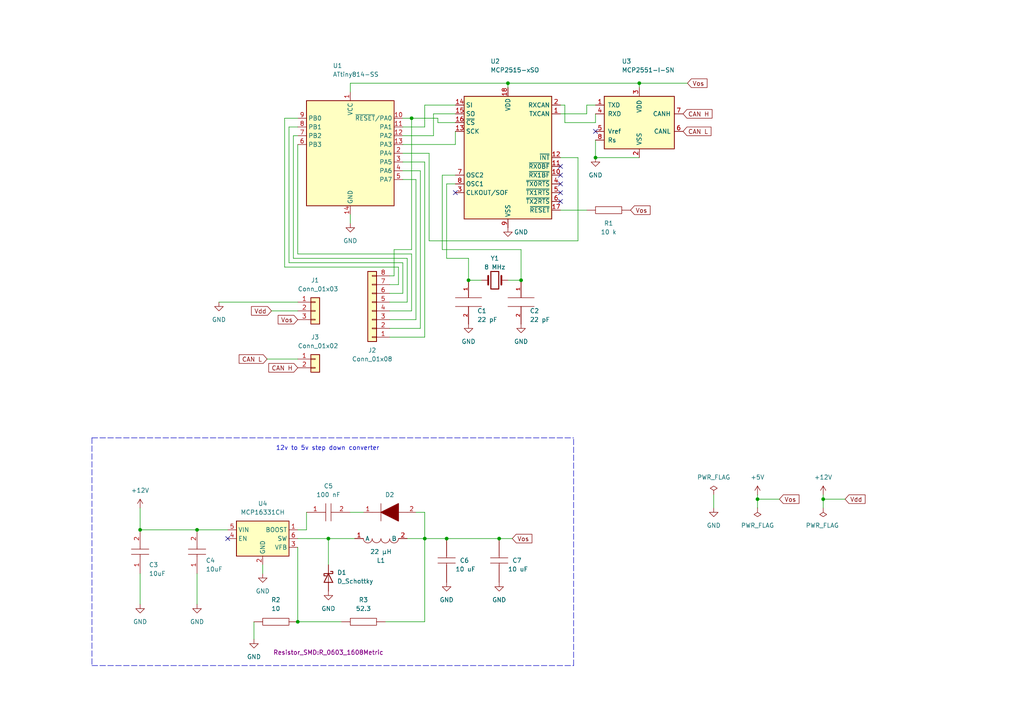
<source format=kicad_sch>
(kicad_sch (version 20211123) (generator eeschema)
  (paper "A4")
  (title_block (title "Programmable CAN Bus Controller"))
  (lib_symbols
    (symbol "0603YC104KAT2A:0603YC104KAT2A" (pin_names (offset 0.762))
      (property "Reference" "C" (at 8.89 6.35 0))
      (property "Value" "0603YC104KAT2A" (at 8.89 3.81 0))
      (symbol "0603YC104KAT2A_0_0"
        (pin passive line (at 0 0 0) (length 5.08) (name "~") (number "1"))
        (pin passive line (at 12.7 0 180) (length 5.08) (name "~") (number "2"))
      )
      (symbol "0603YC104KAT2A_0_1"
        (polyline (pts (xy 5.08 0) (xy 5.588 0)) (stroke (width 0.1524)))
        (polyline (pts (xy 5.588 2.54) (xy 5.588 -2.54)) (stroke (width 0.1524)))
        (polyline (pts (xy 7.112 0) (xy 7.62 0)) (stroke (width 0.1524)))
        (polyline (pts (xy 7.112 2.54) (xy 7.112 -2.54)) (stroke (width 0.1524)))
      )
    )
    (symbol "1N4148_SOD_SMD:1N4148WQ-7-F" (pin_names (offset 0.762))
      (property "Reference" "D" (at 11.43 5.08 0))
      (property "Value" "1N4148WQ-7-F" (at 11.43 2.54 0))
      (symbol "1N4148WQ-7-F_0_0"
        (pin passive line (at 0 0 0) (length 2.54) (name "~") (number "1"))
        (pin passive line (at 15.24 0 180) (length 2.54) (name "~") (number "2"))
      )
      (symbol "1N4148WQ-7-F_0_1"
        (polyline (pts (xy 2.54 0) (xy 5.08 0)) (stroke (width 0.1524)))
        (polyline (pts (xy 5.08 2.54) (xy 5.08 -2.54)) (stroke (width 0.1524)))
        (polyline (pts (xy 10.16 0) (xy 12.7 0)) (stroke (width 0.1524)))
        (polyline (pts (xy 5.08 0) (xy 10.16 2.54) (xy 10.16 -2.54) (xy 5.08 0)) (stroke (width 0.254)) (fill (type outline)))
      )
    )
    (symbol "C3216X7R1E106K160AB:C3216X7R1E106K160AB" (pin_numbers hide) (pin_names (offset 0.762) hide)
      (property "Reference" "C" (at 8.89 6.35 0))
      (property "Value" "C3216X7R1E106K160AB" (at 8.89 3.81 0))
      (symbol "C3216X7R1E106K160AB_0_0"
        (pin passive line (at 0 0 0) (length 5.08) (name "~") (number "1"))
        (pin passive line (at 12.7 0 180) (length 5.08) (name "~") (number "2"))
      )
      (symbol "C3216X7R1E106K160AB_0_1"
        (polyline (pts (xy 5.08 0) (xy 5.588 0)) (stroke (width 0.1524)))
        (polyline (pts (xy 5.588 2.54) (xy 5.588 -2.54)) (stroke (width 0.1524)))
        (polyline (pts (xy 7.112 0) (xy 7.62 0)) (stroke (width 0.1524)))
        (polyline (pts (xy 7.112 2.54) (xy 7.112 -2.54)) (stroke (width 0.1524)))
      )
    )
    (symbol "C3216X7R1E106K160AB_1" (pin_numbers hide) (pin_names (offset 0.762) hide)
      (property "Reference" "C" (at 8.89 6.35 0))
      (property "Value" "C3216X7R1E106K160AB_1" (at 8.89 3.81 0))
      (symbol "C3216X7R1E106K160AB_1_0_0"
        (pin passive line (at 0 0 0) (length 5.08) (name "~") (number "1"))
        (pin passive line (at 12.7 0 180) (length 5.08) (name "~") (number "2"))
      )
      (symbol "C3216X7R1E106K160AB_1_0_1"
        (polyline (pts (xy 5.08 0) (xy 5.588 0)) (stroke (width 0.1524)))
        (polyline (pts (xy 5.588 2.54) (xy 5.588 -2.54)) (stroke (width 0.1524)))
        (polyline (pts (xy 7.112 0) (xy 7.62 0)) (stroke (width 0.1524)))
        (polyline (pts (xy 7.112 2.54) (xy 7.112 -2.54)) (stroke (width 0.1524)))
      )
    )
    (symbol "C3225X7R1H106M250AC:C3225X7R1H106M250AC" (pin_names (offset 0.762))
      (property "Reference" "C" (at 8.89 6.35 0))
      (property "Value" "C3225X7R1H106M250AC" (at 8.89 3.81 0))
      (symbol "C3225X7R1H106M250AC_0_0"
        (pin passive line (at 0 0 0) (length 5.08) (name "~") (number "1"))
        (pin passive line (at 12.7 0 180) (length 5.08) (name "~") (number "2"))
      )
      (symbol "C3225X7R1H106M250AC_0_1"
        (polyline (pts (xy 5.08 0) (xy 5.588 0)) (stroke (width 0.1524)))
        (polyline (pts (xy 5.588 2.54) (xy 5.588 -2.54)) (stroke (width 0.1524)))
        (polyline (pts (xy 7.112 0) (xy 7.62 0)) (stroke (width 0.1524)))
        (polyline (pts (xy 7.112 2.54) (xy 7.112 -2.54)) (stroke (width 0.1524)))
      )
    )
    (symbol "CAN_Controller:MSS1048-223"
      (property "Reference" "L" (at 0 2.54 0))
      (property "Value" "MSS1048-223" (at 0 5.08 0))
      (symbol "MSS1048-223_0_1"
        (arc (start -5.08 -0.0504) (mid -3.81 -1.271) (end -2.54 -0.0504))
        (arc (start -2.54 0) (mid -1.27 -1.2206) (end 0 0))
        (arc (start 0 -0.0504) (mid 1.27 -1.271) (end 2.54 -0.0504))
        (arc (start 2.54 -0.0504) (mid 3.81 -1.271) (end 5.08 -0.0504))
      )
      (symbol "MSS1048-223_1_1"
        (pin passive line (at -7.62 0 0) (length 2.54) (name "A") (number "1"))
        (pin free line (at 7.62 0 180) (length 2.54) (name "B") (number "2"))
      )
    )
    (symbol "Connector_Generic:Conn_01x02" (pin_names (offset 1.016) hide)
      (property "Reference" "J" (at 0 2.54 0))
      (property "Value" "Conn_01x02" (at 0 -5.08 0))
      (symbol "Conn_01x02_1_1"
        (rectangle (start -1.27 -2.413) (end 0 -2.667) (stroke (width 0.1524)))
        (rectangle (start -1.27 0.127) (end 0 -0.127) (stroke (width 0.1524)))
        (rectangle (start -1.27 1.27) (end 1.27 -3.81) (stroke (width 0.254)) (fill (type background)))
        (pin passive line (at -5.08 0 0) (length 3.81) (name "Pin_1") (number "1"))
        (pin passive line (at -5.08 -2.54 0) (length 3.81) (name "Pin_2") (number "2"))
      )
    )
    (symbol "Connector_Generic:Conn_01x03" (pin_names (offset 1.016) hide)
      (property "Reference" "J" (at 0 5.08 0))
      (property "Value" "Conn_01x03" (at 0 -5.08 0))
      (symbol "Conn_01x03_1_1"
        (rectangle (start -1.27 -2.413) (end 0 -2.667) (stroke (width 0.1524)))
        (rectangle (start -1.27 0.127) (end 0 -0.127) (stroke (width 0.1524)))
        (rectangle (start -1.27 2.667) (end 0 2.413) (stroke (width 0.1524)))
        (rectangle (start -1.27 3.81) (end 1.27 -3.81) (stroke (width 0.254)) (fill (type background)))
        (pin passive line (at -5.08 2.54 0) (length 3.81) (name "Pin_1") (number "1"))
        (pin passive line (at -5.08 0 0) (length 3.81) (name "Pin_2") (number "2"))
        (pin passive line (at -5.08 -2.54 0) (length 3.81) (name "Pin_3") (number "3"))
      )
    )
    (symbol "Connector_Generic:Conn_01x08" (pin_names (offset 1.016) hide)
      (property "Reference" "J" (at 0 10.16 0))
      (property "Value" "Conn_01x08" (at 0 -12.7 0))
      (symbol "Conn_01x08_1_1"
        (rectangle (start -1.27 -10.033) (end 0 -10.287) (stroke (width 0.1524)))
        (rectangle (start -1.27 -7.493) (end 0 -7.747) (stroke (width 0.1524)))
        (rectangle (start -1.27 -4.953) (end 0 -5.207) (stroke (width 0.1524)))
        (rectangle (start -1.27 -2.413) (end 0 -2.667) (stroke (width 0.1524)))
        (rectangle (start -1.27 0.127) (end 0 -0.127) (stroke (width 0.1524)))
        (rectangle (start -1.27 2.667) (end 0 2.413) (stroke (width 0.1524)))
        (rectangle (start -1.27 5.207) (end 0 4.953) (stroke (width 0.1524)))
        (rectangle (start -1.27 7.747) (end 0 7.493) (stroke (width 0.1524)))
        (rectangle (start -1.27 8.89) (end 1.27 -11.43) (stroke (width 0.254)) (fill (type background)))
        (pin passive line (at -5.08 7.62 0) (length 3.81) (name "Pin_1") (number "1"))
        (pin passive line (at -5.08 5.08 0) (length 3.81) (name "Pin_2") (number "2"))
        (pin passive line (at -5.08 2.54 0) (length 3.81) (name "Pin_3") (number "3"))
        (pin passive line (at -5.08 0 0) (length 3.81) (name "Pin_4") (number "4"))
        (pin passive line (at -5.08 -2.54 0) (length 3.81) (name "Pin_5") (number "5"))
        (pin passive line (at -5.08 -5.08 0) (length 3.81) (name "Pin_6") (number "6"))
        (pin passive line (at -5.08 -7.62 0) (length 3.81) (name "Pin_7") (number "7"))
        (pin passive line (at -5.08 -10.16 0) (length 3.81) (name "Pin_8") (number "8"))
      )
    )
    (symbol "Device:Crystal" (pin_numbers hide) (pin_names (offset 1.016) hide)
      (property "Reference" "Y" (at 0 3.81 0))
      (property "Value" "Crystal" (at 0 -3.81 0))
      (symbol "Crystal_0_1"
        (rectangle (start -1.143 2.54) (end 1.143 -2.54) (stroke (width 0.3048)))
        (polyline (pts (xy -2.54 0) (xy -1.905 0)))
        (polyline (pts (xy -1.905 -1.27) (xy -1.905 1.27)) (stroke (width 0.508)))
        (polyline (pts (xy 1.905 -1.27) (xy 1.905 1.27)) (stroke (width 0.508)))
        (polyline (pts (xy 2.54 0) (xy 1.905 0)))
      )
      (symbol "Crystal_1_1"
        (pin passive line (at -3.81 0 0) (length 1.27) (name "1") (number "1"))
        (pin passive line (at 3.81 0 180) (length 1.27) (name "2") (number "2"))
      )
    )
    (symbol "Device:D_Schottky" (pin_numbers hide) (pin_names (offset 1.016) hide)
      (property "Reference" "D" (at 0 2.54 0))
      (property "Value" "D_Schottky" (at 0 -2.54 0))
      (symbol "D_Schottky_0_1"
        (polyline (pts (xy 1.27 0) (xy -1.27 0)))
        (polyline (pts (xy 1.27 1.27) (xy 1.27 -1.27) (xy -1.27 0) (xy 1.27 1.27)) (stroke (width 0.254)))
        (polyline (pts (xy -1.905 0.635) (xy -1.905 1.27) (xy -1.27 1.27) (xy -1.27 -1.27) (xy -0.635 -1.27) (xy -0.635 -0.635)) (stroke (width 0.254)))
      )
      (symbol "D_Schottky_1_1"
        (pin passive line (at -3.81 0 0) (length 2.54) (name "K") (number "1"))
        (pin passive line (at 3.81 0 180) (length 2.54) (name "A") (number "2"))
      )
    )
    (symbol "Interface_CAN_LIN:MCP2515-xSO"
      (property "Reference" "U" (at -10.16 19.685 0))
      (property "Value" "MCP2515-xSO" (at 19.05 20.32 0))
      (symbol "MCP2515-xSO_0_1"
        (rectangle (start -12.7 17.78) (end 12.7 -17.78) (stroke (width 0.254)) (fill (type background)))
      )
      (symbol "MCP2515-xSO_1_1"
        (pin output line (at 15.24 12.7 180) (length 2.54) (name "TXCAN") (number "1"))
        (pin output line (at 15.24 -5.08 180) (length 2.54) (name "~{RX1BF}") (number "10"))
        (pin output line (at 15.24 -2.54 180) (length 2.54) (name "~{RX0BF}") (number "11"))
        (pin output line (at 15.24 0 180) (length 2.54) (name "~{INT}") (number "12"))
        (pin input line (at -15.24 7.62 0) (length 2.54) (name "SCK") (number "13"))
        (pin input line (at -15.24 15.24 0) (length 2.54) (name "SI") (number "14"))
        (pin output line (at -15.24 12.7 0) (length 2.54) (name "SO") (number "15"))
        (pin input line (at -15.24 10.16 0) (length 2.54) (name "~{CS}") (number "16"))
        (pin input line (at 15.24 -15.24 180) (length 2.54) (name "~{RESET}") (number "17"))
        (pin power_in line (at 0 20.32 270) (length 2.54) (name "VDD") (number "18"))
        (pin input line (at 15.24 15.24 180) (length 2.54) (name "RXCAN") (number "2"))
        (pin output line (at -15.24 -10.16 0) (length 2.54) (name "CLKOUT/SOF") (number "3"))
        (pin input line (at 15.24 -7.62 180) (length 2.54) (name "~{TX0RTS}") (number "4"))
        (pin input line (at 15.24 -10.16 180) (length 2.54) (name "~{TX1RTS}") (number "5"))
        (pin input line (at 15.24 -12.7 180) (length 2.54) (name "~{TX2RTS}") (number "6"))
        (pin output line (at -15.24 -5.08 0) (length 2.54) (name "OSC2") (number "7"))
        (pin input line (at -15.24 -7.62 0) (length 2.54) (name "OSC1") (number "8"))
        (pin power_in line (at 0 -20.32 90) (length 2.54) (name "VSS") (number "9"))
      )
    )
    (symbol "Interface_CAN_LIN:MCP2551-I-SN" (pin_names (offset 1.016))
      (property "Reference" "U" (at -10.16 8.89 0))
      (property "Value" "MCP2551-I-SN" (at 2.54 8.89 0))
      (symbol "MCP2551-I-SN_0_1"
        (rectangle (start -10.16 7.62) (end 10.16 -7.62) (stroke (width 0.254)) (fill (type background)))
      )
      (symbol "MCP2551-I-SN_1_1"
        (pin input line (at -12.7 5.08 0) (length 2.54) (name "TXD") (number "1"))
        (pin power_in line (at 0 -10.16 90) (length 2.54) (name "VSS") (number "2"))
        (pin power_in line (at 0 10.16 270) (length 2.54) (name "VDD") (number "3"))
        (pin output line (at -12.7 2.54 0) (length 2.54) (name "RXD") (number "4"))
        (pin power_out line (at -12.7 -2.54 0) (length 2.54) (name "Vref") (number "5"))
        (pin bidirectional line (at 12.7 -2.54 180) (length 2.54) (name "CANL") (number "6"))
        (pin bidirectional line (at 12.7 2.54 180) (length 2.54) (name "CANH") (number "7"))
        (pin input line (at -12.7 -5.08 0) (length 2.54) (name "Rs") (number "8"))
      )
    )
    (symbol "MCU_Microchip_ATtiny:ATtiny814-SS"
      (property "Reference" "U" (at -12.7 16.51 0))
      (property "Value" "ATtiny814-SS" (at 2.54 -16.51 0))
      (symbol "ATtiny814-SS_0_1"
        (rectangle (start -12.7 -15.24) (end 12.7 15.24) (stroke (width 0.254)) (fill (type background)))
      )
      (symbol "ATtiny814-SS_1_1"
        (pin power_in line (at 0 17.78 270) (length 2.54) (name "VCC") (number "1"))
        (pin bidirectional line (at 15.24 10.16 180) (length 2.54) (name "~{RESET}/PA0") (number "10"))
        (pin bidirectional line (at 15.24 7.62 180) (length 2.54) (name "PA1") (number "11"))
        (pin bidirectional line (at 15.24 5.08 180) (length 2.54) (name "PA2") (number "12"))
        (pin bidirectional line (at 15.24 2.54 180) (length 2.54) (name "PA3") (number "13"))
        (pin power_in line (at 0 -17.78 90) (length 2.54) (name "GND") (number "14"))
        (pin bidirectional line (at 15.24 0 180) (length 2.54) (name "PA4") (number "2"))
        (pin bidirectional line (at 15.24 -2.54 180) (length 2.54) (name "PA5") (number "3"))
        (pin bidirectional line (at 15.24 -5.08 180) (length 2.54) (name "PA6") (number "4"))
        (pin bidirectional line (at 15.24 -7.62 180) (length 2.54) (name "PA7") (number "5"))
        (pin bidirectional line (at -15.24 2.54 0) (length 2.54) (name "PB3") (number "6"))
        (pin bidirectional line (at -15.24 5.08 0) (length 2.54) (name "PB2") (number "7"))
        (pin bidirectional line (at -15.24 7.62 0) (length 2.54) (name "PB1") (number "8"))
        (pin bidirectional line (at -15.24 10.16 0) (length 2.54) (name "PB0") (number "9"))
      )
    )
    (symbol "Regulator_Switching:MCP16331CH"
      (property "Reference" "U" (at -7.874 6.35 0))
      (property "Value" "MCP16331CH" (at -2.54 6.35 0))
      (symbol "MCP16331CH_0_1"
        (rectangle (start -7.62 5.08) (end 7.62 -5.08) (stroke (width 0.254)) (fill (type background)))
      )
      (symbol "MCP16331CH_1_1"
        (pin input line (at 10.16 2.54 180) (length 2.54) (name "BOOST") (number "1"))
        (pin power_in line (at 0 -7.62 90) (length 2.54) (name "GND") (number "2"))
        (pin input line (at 10.16 -2.54 180) (length 2.54) (name "VFB") (number "3"))
        (pin input line (at -10.16 0 0) (length 2.54) (name "EN") (number "4"))
        (pin power_in line (at -10.16 2.54 0) (length 2.54) (name "VIN") (number "5"))
        (pin output line (at 10.16 0 180) (length 2.54) (name "SW") (number "6"))
      )
    )
    (symbol "power:+12V" (power) (pin_names (offset 0))
      (property "Value" "+12V" (at 0 3.556 0))
      (symbol "+12V_0_1"
        (polyline (pts (xy -0.762 1.27) (xy 0 2.54)))
        (polyline (pts (xy 0 0) (xy 0 2.54)))
        (polyline (pts (xy 0 2.54) (xy 0.762 1.27)))
      )
      (symbol "+12V_1_1"
        (pin power_in line (at 0 0 90) (length 0) hide (name "+12V") (number "1"))
      )
    )
    (symbol "power:+5V" (power) (pin_names (offset 0))
      (property "Value" "+5V" (at 0 3.556 0))
      (symbol "+5V_0_1"
        (polyline (pts (xy -0.762 1.27) (xy 0 2.54)))
        (polyline (pts (xy 0 0) (xy 0 2.54)))
        (polyline (pts (xy 0 2.54) (xy 0.762 1.27)))
      )
      (symbol "+5V_1_1"
        (pin power_in line (at 0 0 90) (length 0) hide (name "+5V") (number "1"))
      )
    )
    (symbol "power:GND" (power) (pin_names (offset 0))
      (property "Value" "GND" (at 0 -3.81 0))
      (symbol "GND_0_1"
        (polyline (pts (xy 0 0) (xy 0 -1.27) (xy 1.27 -1.27) (xy 0 -2.54) (xy -1.27 -1.27) (xy 0 -1.27)))
      )
      (symbol "GND_1_1"
        (pin power_in line (at 0 0 270) (length 0) hide (name "GND") (number "1"))
      )
    )
    (symbol "power:PWR_FLAG" (power) (pin_numbers hide) (pin_names (offset 0) hide)
      (property "Value" "PWR_FLAG" (at 0 3.81 0))
      (symbol "PWR_FLAG_0_0"
        (pin power_out line (at 0 0 90) (length 0) (name "pwr") (number "1"))
      )
      (symbol "PWR_FLAG_0_1"
        (polyline (pts (xy 0 0) (xy 0 1.27) (xy -1.016 1.905) (xy 0 2.54) (xy 1.016 1.905) (xy 0 1.27)))
      )
    )
    (symbol "pspice:C" (pin_names (offset 0.254))
      (property "Reference" "C" (at 2.54 3.81 90))
      (property "Value" "C" (at 2.54 -3.81 90))
      (symbol "C_0_1"
        (polyline (pts (xy -3.81 -1.27) (xy 3.81 -1.27)))
        (polyline (pts (xy -3.81 1.27) (xy 3.81 1.27)))
      )
      (symbol "C_1_1"
        (pin passive line (at 0 6.35 270) (length 5.08) (name "~") (number "1"))
        (pin passive line (at 0 -6.35 90) (length 5.08) (name "~") (number "2"))
      )
    )
    (symbol "pspice:R" (pin_numbers hide) (pin_names (offset 0))
      (property "Reference" "R" (at 2.032 0 90))
      (property "Value" "R" (at 0 0 90))
      (symbol "R_0_1"
        (rectangle (start -1.016 3.81) (end 1.016 -3.81))
      )
      (symbol "R_1_1"
        (pin passive line (at 0 6.35 270) (length 2.54) (name "~") (number "1"))
        (pin passive line (at 0 -6.35 90) (length 2.54) (name "~") (number "2"))
      )
    )
  )
  (junction (at 238.76 144.78))
  (junction (at 129.54 156.21))
  (junction (at 123.19 156.21))
  (junction (at 185.42 24.13))
  (junction (at 147.32 24.13))
  (junction (at 151.13 81.28))
  (junction (at 219.71 144.78))
  (junction (at 95.25 156.21))
  (junction (at 144.78 156.21))
  (junction (at 86.36 180.34))
  (junction (at 172.72 45.72))
  (junction (at 40.64 153.67))
  (junction (at 135.89 81.28))
  (junction (at 57.15 153.67))
  (junction (at 119.38 34.29))
  (no_connect (at 66.04 156.21))
  (no_connect (at 132.08 55.88))
  (no_connect (at 162.56 48.26))
  (no_connect (at 162.56 50.8))
  (no_connect (at 172.72 38.1))
  (no_connect (at 162.56 53.34))
  (no_connect (at 162.56 55.88))
  (no_connect (at 162.56 58.42))
  (wire (pts (xy 124.46 69.85) (xy 167.64 69.85)))
  (wire (pts (xy 121.92 95.25) (xy 113.03 95.25)))
  (wire (pts (xy 111.76 180.34) (xy 123.19 180.34)))
  (wire (pts (xy 238.76 143.51) (xy 238.76 144.78)))
  (wire (pts (xy 86.36 156.21) (xy 95.25 156.21)))
  (wire (pts (xy 85.09 39.37) (xy 85.09 74.93)))
  (wire (pts (xy 129.54 53.34) (xy 129.54 74.93)))
  (wire (pts (xy 99.06 180.34) (xy 86.36 180.34)))
  (wire (pts (xy 139.7 81.28) (xy 135.89 81.28)))
  (wire (pts (xy 119.38 72.39) (xy 119.38 34.29)))
  (wire (pts (xy 238.76 144.78) (xy 238.76 147.32)))
  (wire (pts (xy 40.64 147.32) (xy 40.64 153.67)))
  (wire (pts (xy 78.74 90.17) (xy 86.36 90.17)))
  (wire (pts (xy 123.19 36.83) (xy 123.19 30.48)))
  (wire (pts (xy 40.64 153.67) (xy 57.15 153.67)))
  (wire (pts (xy 132.08 41.91) (xy 132.08 38.1)))
  (wire (pts (xy 144.78 156.21) (xy 148.59 156.21)))
  (wire (pts (xy 116.84 44.45) (xy 124.46 44.45)))
  (wire (pts (xy 170.18 33.02) (xy 170.18 30.48)))
  (wire (pts (xy 40.64 175.26) (xy 40.64 166.37)))
  (wire (pts (xy 127 35.56) (xy 127 34.29)))
  (wire (pts (xy 219.71 144.78) (xy 226.06 144.78)))
  (wire (pts (xy 128.27 50.8) (xy 132.08 50.8)))
  (wire (pts (xy 95.25 156.21) (xy 102.87 156.21)))
  (wire (pts (xy 172.72 33.02) (xy 172.72 35.56)))
  (wire (pts (xy 185.42 24.13) (xy 199.39 24.13)))
  (polyline (pts (xy 26.67 127) (xy 166.37 127)))
  (wire (pts (xy 88.9 153.67) (xy 88.9 148.59)))
  (polyline (pts (xy 166.37 193.04) (xy 166.37 127)))
  (wire (pts (xy 123.19 97.79) (xy 113.03 97.79)))
  (wire (pts (xy 170.18 30.48) (xy 172.72 30.48)))
  (wire (pts (xy 123.19 30.48) (xy 132.08 30.48)))
  (wire (pts (xy 116.84 49.53) (xy 121.92 49.53)))
  (wire (pts (xy 185.42 45.72) (xy 172.72 45.72)))
  (wire (pts (xy 86.36 180.34) (xy 86.36 158.75)))
  (wire (pts (xy 85.09 39.37) (xy 86.36 39.37)))
  (wire (pts (xy 63.5 87.63) (xy 86.36 87.63)))
  (wire (pts (xy 101.6 148.59) (xy 105.41 148.59)))
  (wire (pts (xy 82.55 34.29) (xy 86.36 34.29)))
  (wire (pts (xy 124.46 44.45) (xy 124.46 69.85)))
  (wire (pts (xy 115.57 77.47) (xy 115.57 82.55)))
  (wire (pts (xy 83.82 76.2) (xy 116.84 76.2)))
  (wire (pts (xy 116.84 46.99) (xy 123.19 46.99)))
  (wire (pts (xy 83.82 36.83) (xy 86.36 36.83)))
  (wire (pts (xy 128.27 72.39) (xy 151.13 72.39)))
  (wire (pts (xy 125.73 39.37) (xy 125.73 33.02)))
  (wire (pts (xy 147.32 24.13) (xy 147.32 25.4)))
  (wire (pts (xy 219.71 144.78) (xy 219.71 147.32)))
  (wire (pts (xy 85.09 74.93) (xy 118.11 74.93)))
  (wire (pts (xy 101.6 24.13) (xy 147.32 24.13)))
  (wire (pts (xy 118.11 87.63) (xy 113.03 87.63)))
  (wire (pts (xy 120.65 52.07) (xy 120.65 92.71)))
  (wire (pts (xy 123.19 156.21) (xy 123.19 180.34)))
  (wire (pts (xy 129.54 74.93) (xy 135.89 74.93)))
  (wire (pts (xy 151.13 72.39) (xy 151.13 81.28)))
  (wire (pts (xy 123.19 46.99) (xy 123.19 97.79)))
  (wire (pts (xy 162.56 60.96) (xy 170.18 60.96)))
  (wire (pts (xy 116.84 34.29) (xy 119.38 34.29)))
  (wire (pts (xy 128.27 72.39) (xy 128.27 50.8)))
  (wire (pts (xy 120.65 148.59) (xy 123.19 148.59)))
  (wire (pts (xy 132.08 33.02) (xy 125.73 33.02)))
  (wire (pts (xy 116.84 41.91) (xy 132.08 41.91)))
  (wire (pts (xy 86.36 73.66) (xy 119.38 73.66)))
  (wire (pts (xy 73.66 180.34) (xy 73.66 185.42)))
  (wire (pts (xy 219.71 143.51) (xy 219.71 144.78)))
  (wire (pts (xy 185.42 25.4) (xy 185.42 24.13)))
  (wire (pts (xy 113.03 80.01) (xy 114.3 80.01)))
  (wire (pts (xy 118.11 156.21) (xy 123.19 156.21)))
  (wire (pts (xy 135.89 81.28) (xy 135.89 74.93)))
  (wire (pts (xy 114.3 72.39) (xy 119.38 72.39)))
  (wire (pts (xy 119.38 90.17) (xy 113.03 90.17)))
  (wire (pts (xy 167.64 69.85) (xy 167.64 45.72)))
  (wire (pts (xy 120.65 52.07) (xy 116.84 52.07)))
  (wire (pts (xy 172.72 40.64) (xy 172.72 45.72)))
  (wire (pts (xy 101.6 62.23) (xy 101.6 64.77)))
  (wire (pts (xy 114.3 80.01) (xy 114.3 72.39)))
  (wire (pts (xy 118.11 74.93) (xy 118.11 87.63)))
  (wire (pts (xy 162.56 33.02) (xy 170.18 33.02)))
  (wire (pts (xy 129.54 53.34) (xy 132.08 53.34)))
  (wire (pts (xy 129.54 156.21) (xy 144.78 156.21)))
  (wire (pts (xy 127 35.56) (xy 132.08 35.56)))
  (wire (pts (xy 101.6 26.67) (xy 101.6 24.13)))
  (wire (pts (xy 116.84 36.83) (xy 123.19 36.83)))
  (wire (pts (xy 113.03 82.55) (xy 115.57 82.55)))
  (wire (pts (xy 167.64 45.72) (xy 162.56 45.72)))
  (wire (pts (xy 123.19 156.21) (xy 129.54 156.21)))
  (wire (pts (xy 57.15 175.26) (xy 57.15 166.37)))
  (wire (pts (xy 185.42 24.13) (xy 147.32 24.13)))
  (wire (pts (xy 83.82 76.2) (xy 83.82 36.83)))
  (wire (pts (xy 86.36 41.91) (xy 86.36 73.66)))
  (wire (pts (xy 123.19 148.59) (xy 123.19 156.21)))
  (wire (pts (xy 172.72 35.56) (xy 163.83 35.56)))
  (wire (pts (xy 86.36 153.67) (xy 88.9 153.67)))
  (wire (pts (xy 76.2 166.37) (xy 76.2 163.83)))
  (wire (pts (xy 57.15 153.67) (xy 66.04 153.67)))
  (wire (pts (xy 238.76 144.78) (xy 245.11 144.78)))
  (wire (pts (xy 116.84 39.37) (xy 125.73 39.37)))
  (wire (pts (xy 163.83 35.56) (xy 163.83 30.48)))
  (wire (pts (xy 119.38 34.29) (xy 127 34.29)))
  (wire (pts (xy 113.03 85.09) (xy 116.84 85.09)))
  (wire (pts (xy 95.25 156.21) (xy 95.25 163.83)))
  (wire (pts (xy 163.83 30.48) (xy 162.56 30.48)))
  (wire (pts (xy 119.38 73.66) (xy 119.38 90.17)))
  (wire (pts (xy 207.01 143.51) (xy 207.01 147.32)))
  (wire (pts (xy 121.92 49.53) (xy 121.92 95.25)))
  (wire (pts (xy 116.84 76.2) (xy 116.84 85.09)))
  (wire (pts (xy 82.55 34.29) (xy 82.55 77.47)))
  (wire (pts (xy 77.47 104.14) (xy 86.36 104.14)))
  (wire (pts (xy 147.32 81.28) (xy 151.13 81.28)))
  (polyline (pts (xy 26.67 127) (xy 26.67 193.04)))
  (wire (pts (xy 82.55 77.47) (xy 115.57 77.47)))
  (polyline (pts (xy 26.67 193.04) (xy 166.37 193.04)))
  (wire (pts (xy 120.65 92.71) (xy 113.03 92.71)))
  (text "12v to 5v step down converter" (at 80.01 130.81 0) (effects (font (size 1.27 1.27)) (justify left bottom)))
  (global_label "CAN H" (shape input) (at 86.36 106.68 180) (property "Intersheet References" "${INTERSHEET_REFS}" (effects hide)))
  (global_label "Vos" (shape input) (at 182.88 60.96 0) (property "Intersheet References" "${INTERSHEET_REFS}" (effects hide)))
  (global_label "Vos" (shape input) (at 226.06 144.78 0) (property "Intersheet References" "${INTERSHEET_REFS}" (effects hide)))
  (global_label "CAN L" (shape input) (at 77.47 104.14 180) (property "Intersheet References" "${INTERSHEET_REFS}" (effects hide)))
  (global_label "Vdd" (shape input) (at 78.74 90.17 180) (property "Intersheet References" "${INTERSHEET_REFS}" (effects hide)))
  (global_label "CAN H" (shape input) (at 198.12 33.02 0) (property "Intersheet References" "${INTERSHEET_REFS}" (effects hide)))
  (global_label "Vos" (shape input) (at 199.39 24.13 0) (property "Intersheet References" "${INTERSHEET_REFS}" (effects hide)))
  (global_label "Vos" (shape input) (at 86.36 92.71 180) (property "Intersheet References" "${INTERSHEET_REFS}" (effects hide)))
  (global_label "Vdd" (shape input) (at 245.11 144.78 0) (property "Intersheet References" "${INTERSHEET_REFS}" (effects hide)))
  (global_label "Vos" (shape input) (at 148.59 156.21 0) (property "Intersheet References" "${INTERSHEET_REFS}" (effects hide)))
  (global_label "CAN L" (shape input) (at 198.12 38.1 0) (property "Intersheet References" "${INTERSHEET_REFS}" (effects hide)))
  (symbol (lib_id "power:+12V") (at 40.64 147.32 0) (unit 1)
    (property "Reference" "#PWR0107" (effects hide))
    (property "Value" "+12V" (at 40.64 142.24 0))
  )
  (symbol (lib_id "power:PWR_FLAG") (at 219.71 147.32 180) (unit 1)
    (property "Reference" "#FLG0101" (effects hide))
    (property "Value" "PWR_FLAG" (at 219.71 152.4 0))
  )
  (symbol (lib_id "CAN_Controller:MSS1048-223") (at 110.49 156.21 0) (unit 1)
    (property "Reference" "L1" (at 110.49 162.56 0))
    (property "Value" "22 µH" (at 110.49 160.02 0))
    (property "Footprint" "MSS1048-223:Inductor_MSS1048-223" (effects hide))
    (property "Datasheet" "https://www.coilcraft.com/getmedia/bd5140ec-db32-4346-a029-5182269dc08e/mss1048.pdf" (effects hide))
  )
  (symbol (lib_id "power:GND") (at 73.66 185.42 0) (unit 1)
    (property "Reference" "#PWR0103" (effects hide))
    (property "Value" "GND" (at 73.66 190.5 0))
  )
  (symbol (lib_id "power:GND") (at 144.78 168.91 0) (unit 1)
    (property "Reference" "#PWR0108" (effects hide))
    (property "Value" "GND" (at 144.78 173.99 0))
  )
  (symbol (lib_id "pspice:R") (at 176.53 60.96 90) (unit 1)
    (property "Reference" "R1" (at 176.53 64.77 90))
    (property "Value" "10 k" (at 176.53 67.31 90))
    (property "Footprint" "Resistor_SMD:R_0603_1608Metric" (effects hide))
  )
  (symbol (lib_id "power:GND") (at 76.2 166.37 0) (unit 1)
    (property "Reference" "#PWR0105" (effects hide))
    (property "Value" "GND" (at 76.2 171.45 0))
  )
  (symbol (lib_id "Connector_Generic:Conn_01x03") (at 91.44 90.17 0) (unit 1)
    (property "Reference" "J1" (at 90.17 81.28 0) (effects (justify left)))
    (property "Value" "Conn_01x03" (at 86.36 83.82 0) (effects (justify left)))
    (property "Footprint" "Connector_PinHeader_2.54mm:PinHeader_1x03_P2.54mm_Vertical" (effects hide))
  )
  (symbol (lib_id "Connector_Generic:Conn_01x08") (at 107.95 90.17 180) (unit 1)
    (property "Reference" "J2" (at 107.95 101.6 0))
    (property "Value" "Conn_01x08" (at 107.95 104.14 0))
    (property "Footprint" "Connector_PinHeader_2.54mm:PinHeader_1x08_P2.54mm_Vertical" (effects hide))
  )
  (symbol (lib_id "Connector_Generic:Conn_01x02") (at 91.44 104.14 0) (unit 1)
    (property "Reference" "J3" (at 90.17 97.79 0) (effects (justify left)))
    (property "Value" "Conn_01x02" (at 86.36 100.33 0) (effects (justify left)))
    (property "Footprint" "Connector_PinHeader_2.54mm:PinHeader_1x02_P2.54mm_Vertical" (effects hide))
  )
  (symbol (lib_id "power:PWR_FLAG") (at 207.01 143.51 0) (unit 1)
    (property "Reference" "#FLG0102" (effects hide))
    (property "Value" "PWR_FLAG" (at 207.01 138.43 0))
  )
  (symbol (lib_id "power:GND") (at 63.5 87.63 0) (unit 1)
    (property "Reference" "#PWR01" (effects hide))
    (property "Value" "GND" (at 63.5 92.71 0))
  )
  (symbol (lib_id "Interface_CAN_LIN:MCP2515-xSO") (at 147.32 45.72 0) (unit 1)
    (property "Reference" "U2" (at 142.24 17.78 0) (effects (justify left)))
    (property "Value" "MCP2515-xSO" (at 142.24 20.32 0) (effects (justify left)))
    (property "Footprint" "Package_SO:SOIC-18W_7.5x11.6mm_P1.27mm" (effects hide))
    (property "Datasheet" "http://ww1.microchip.com/downloads/en/DeviceDoc/21801e.pdf" (effects hide))
  )
  (symbol (lib_id "power:GND") (at 172.72 45.72 0) (unit 1)
    (property "Reference" "#PWR08" (effects hide))
    (property "Value" "GND" (at 172.72 50.8 0))
  )
  (symbol (lib_id "power:GND") (at 57.15 175.26 0) (unit 1)
    (property "Reference" "#PWR0110" (effects hide))
    (property "Value" "GND" (at 57.15 180.34 0))
  )
  (symbol (lib_id "pspice:R") (at 80.01 180.34 90) (unit 1)
    (property "Reference" "R2" (at 80.01 173.99 90))
    (property "Value" "10" (at 80.01 176.53 90))
    (property "Footprint" "Resistor_SMD:R_0603_1608Metric" (at 95.25 189.23 90))
  )
  (symbol (lib_id "power:+12V") (at 238.76 143.51 0) (unit 1)
    (property "Reference" "#PWR011" (effects hide))
    (property "Value" "+12V" (at 238.76 138.43 0))
  )
  (symbol (lib_id "MCU_Microchip_ATtiny:ATtiny814-SS") (at 101.6 44.45 0) (unit 1)
    (property "Reference" "U1" (at 96.52 19.05 0) (effects (justify left)))
    (property "Value" "ATtiny814-SS" (at 96.52 21.59 0) (effects (justify left)))
    (property "Footprint" "Package_SO:SOIC-14_3.9x8.7mm_P1.27mm" (effects hide))
    (property "Datasheet" "http://ww1.microchip.com/downloads/en/DeviceDoc/40001912A.pdf" (effects hide))
  )
  (symbol (lib_id "power:GND") (at 207.01 147.32 0) (unit 1)
    (property "Reference" "#PWR0102" (effects hide))
    (property "Value" "GND" (at 207.01 152.4 0))
  )
  (symbol (lib_id "power:GND") (at 147.32 66.04 0) (unit 1)
    (property "Reference" "#PWR05" (effects hide))
    (property "Value" "GND" (at 151.13 67.31 0))
  )
  (symbol (lib_id "power:PWR_FLAG") (at 238.76 147.32 180) (unit 1)
    (property "Reference" "#FLG02" (effects hide))
    (property "Value" "PWR_FLAG" (at 233.68 152.4 0) (effects (justify right)))
  )
  (symbol (lib_id "C3225X7R1H106M250AC:C3225X7R1H106M250AC") (at 40.64 166.37 90) (unit 1)
    (property "Reference" "C3" (at 43.18 163.83 90) (effects (justify right)))
    (property "Value" "10uF" (at 43.18 166.37 90) (effects (justify right)))
    (property "Footprint" "C3225_Commercial" (effects hide))
    (property "Datasheet" "https://product.tdk.com/system/files/dam/doc/product/capacitor/ceramic/mlcc/catalog/mlcc_commercial_general_en.pdf" (effects hide))
    (property "Description" "TDK 1210 C 10uF Ceramic Multilayer Capacitor, 50 V dc, +125C, X7R Dielectric, +/-20%" (effects hide))
    (property "Height" "2.8" (effects hide))
    (property "Mouser Part Number" "810-C3225X7R1H106MAC" (effects hide))
    (property "Mouser Price/Stock" "https://www.mouser.co.uk/ProductDetail/TDK/C3225X7R1H106M250AC?qs=6JAMGB%252BEdkwY95l8JqNSnw%3D%3D" (effects hide))
    (property "Manufacturer_Name" "TDK" (effects hide))
    (property "Manufacturer_Part_Number" "C3225X7R1H106M250AC" (effects hide))
  )
  (symbol (lib_id "C3216X7R1E106K160AB:C3216X7R1E106K160AB") (at 144.78 168.91 90) (unit 1)
    (property "Reference" "C7" (at 148.59 162.56 90) (effects (justify right)))
    (property "Value" "10 uF" (at 147.32 165.1 90) (effects (justify right)))
    (property "Footprint" "C3216_Commercial" (effects hide))
    (property "Datasheet" "https://product.tdk.com/system/files/dam/doc/product/capacitor/ceramic/mlcc/catalog/mlcc_commercial_general_en.pdf" (effects hide))
    (property "Description" "TDK 3216 C 10uF Ceramic Multilayer Capacitor, 25 V dc, +125C, X7R Dielectric, +/-10%" (effects hide))
    (property "Height" "0.75" (effects hide))
    (property "Mouser Part Number" "810-C3216X7R1E106K" (effects hide))
    (property "Mouser Price/Stock" "https://www.mouser.co.uk/ProductDetail/TDK/C3216X7R1E106K160AB?qs=NRhsANhppD%2FkXRaItm%2FiQA%3D%3D" (effects hide))
    (property "Manufacturer_Name" "TDK" (effects hide))
    (property "Manufacturer_Part_Number" "C3216X7R1E106K160AB" (effects hide))
  )
  (symbol (lib_id "pspice:C") (at 151.13 87.63 0) (unit 1)
    (property "Reference" "C2" (at 153.67 90.17 0) (effects (justify left)))
    (property "Value" "22 pF" (at 153.67 92.71 0) (effects (justify left)))
    (property "Footprint" "Capacitor_SMD:C_0603_1608Metric" (effects hide))
  )
  (symbol (lib_id "power:+5V") (at 219.71 143.51 0) (unit 1)
    (property "Reference" "#PWR0101" (effects hide))
    (property "Value" "+5V" (at 219.71 138.43 0))
  )
  (symbol (lib_id "power:GND") (at 135.89 93.98 0) (unit 1)
    (property "Reference" "#PWR04" (effects hide))
    (property "Value" "GND" (at 135.89 99.06 0))
  )
  (symbol (lib_id "1N4148_SOD_SMD:1N4148WQ-7-F") (at 105.41 148.59 0) (unit 1)
    (property "Reference" "D2" (at 113.03 143.51 0))
    (property "Value" "1N4148WQ-7-F" (effects hide))
    (property "Footprint" "SOD3716X145N" (effects hide))
    (property "Datasheet" "https://www.diodes.com/assets/Datasheets/ds30086.pdf" (effects hide))
    (property "Description" "Diodes - General Purpose, Power, Switching SMT Fast Switching Diode" (effects hide))
    (property "Height" "1.45" (effects hide))
    (property "Mouser Part Number" "621-1N4148WQ-7-F" (effects hide))
    (property "Mouser Price/Stock" "https://www.mouser.co.uk/ProductDetail/Diodes-Incorporated/1N4148WQ-7-F?qs=bLNvM6dkO6S%252BGP5yQcUTEQ%3D%3D" (effects hide))
    (property "Manufacturer_Name" "Diodes Inc." (effects hide))
    (property "Manufacturer_Part_Number" "1N4148WQ-7-F" (effects hide))
  )
  (symbol (lib_id "power:GND") (at 95.25 171.45 0) (unit 1)
    (property "Reference" "#PWR0104" (effects hide))
    (property "Value" "GND" (at 95.25 176.53 0))
  )
  (symbol (lib_id "C3225X7R1H106M250AC:C3225X7R1H106M250AC") (at 57.15 166.37 90) (unit 1)
    (property "Reference" "C4" (at 59.69 162.56 90) (effects (justify right)))
    (property "Value" "10uF" (at 59.69 165.1 90) (effects (justify right)))
    (property "Footprint" "C3225_Commercial" (effects hide))
    (property "Datasheet" "https://product.tdk.com/system/files/dam/doc/product/capacitor/ceramic/mlcc/catalog/mlcc_commercial_general_en.pdf" (effects hide))
    (property "Description" "TDK 1210 C 10uF Ceramic Multilayer Capacitor, 50 V dc, +125C, X7R Dielectric, +/-20%" (effects hide))
    (property "Height" "2.8" (effects hide))
    (property "Mouser Part Number" "810-C3225X7R1H106MAC" (effects hide))
    (property "Mouser Price/Stock" "https://www.mouser.co.uk/ProductDetail/TDK/C3225X7R1H106M250AC?qs=6JAMGB%252BEdkwY95l8JqNSnw%3D%3D" (effects hide))
    (property "Manufacturer_Name" "TDK" (effects hide))
    (property "Manufacturer_Part_Number" "C3225X7R1H106M250AC" (effects hide))
  )
  (symbol (lib_id "power:GND") (at 101.6 64.77 0) (unit 1)
    (property "Reference" "#PWR02" (effects hide))
    (property "Value" "GND" (at 101.6 69.85 0))
  )
  (symbol (lib_id "Regulator_Switching:MCP16331CH") (at 76.2 156.21 0) (unit 1)
    (property "Reference" "U4" (at 76.2 146.05 0))
    (property "Value" "MCP16331CH" (at 76.2 148.59 0))
    (property "Footprint" "Package_TO_SOT_SMD:SOT-23-6" (effects hide))
    (property "Datasheet" "http://ww1.microchip.com/downloads/en/DeviceDoc/20005308C.pdf" (effects hide))
  )
  (symbol (lib_id "pspice:C") (at 135.89 87.63 0) (unit 1)
    (property "Reference" "C1" (at 138.43 90.17 0) (effects (justify left)))
    (property "Value" "22 pF" (at 138.43 92.71 0) (effects (justify left)))
    (property "Footprint" "Capacitor_SMD:C_0603_1608Metric" (effects hide))
  )
  (symbol (lib_id "Device:D_Schottky") (at 95.25 167.64 270) (unit 1)
    (property "Reference" "D1" (at 97.79 166.0524 90) (effects (justify left)))
    (property "Value" "D_Schottky" (at 97.79 168.5924 90) (effects (justify left)))
    (property "Footprint" "Schottky_Diode:DFLS120L7" (effects hide))
    (property "Datasheet" "https://www.diodes.com/assets/Datasheets/ds30444.pdf" (effects hide))
  )
  (symbol (lib_id "power:GND") (at 129.54 168.91 0) (unit 1)
    (property "Reference" "#PWR0109" (effects hide))
    (property "Value" "GND" (at 129.54 173.99 0))
  )
  (symbol (lib_id "power:GND") (at 40.64 175.26 0) (unit 1)
    (property "Reference" "#PWR0106" (effects hide))
    (property "Value" "GND" (at 40.64 180.34 0))
  )
  (symbol (lib_id "power:GND") (at 151.13 93.98 0) (unit 1)
    (property "Reference" "#PWR06" (effects hide))
    (property "Value" "GND" (at 151.13 99.06 0))
  )
  (symbol (lib_id "Device:Crystal") (at 143.51 81.28 0) (unit 1)
    (property "Reference" "Y1" (at 143.51 74.93 0))
    (property "Value" "8 MHz" (at 143.51 77.47 0))
    (property "Footprint" "Crystal:Crystal_SMD_0603-2Pin_6.0x3.5mm" (effects hide))
  )
  (symbol (lib_id "0603YC104KAT2A:0603YC104KAT2A") (at 88.9 148.59 0) (unit 1)
    (property "Reference" "C5" (at 95.25 140.97 0))
    (property "Value" "100 nF" (at 95.25 143.51 0))
    (property "Footprint" "CAPC1608X90N" (effects hide))
    (property "Description" "Capacitor MLCC 0603 100nF 16V AVX 0603 FlEXITERM 100nF Ceramic Multilayer Capacitor, 16 V dc X7R Dielectric +/-10% SMD" (effects hide))
    (property "Height" "0.9" (effects hide))
    (property "Mouser Part Number" "581-060316C104K" (effects hide))
    (property "Mouser Price/Stock" "https://www.mouser.co.uk/ProductDetail/AVX/0603YC104KAT2A?qs=8tyLnVRzLzw3XjZuBMXbVA%3D%3D" (effects hide))
    (property "Manufacturer_Name" "AVX" (effects hide))
    (property "Manufacturer_Part_Number" "0603YC104KAT2A" (effects hide))
  )
  (symbol (lib_id "Interface_CAN_LIN:MCP2551-I-SN") (at 185.42 35.56 0) (unit 1)
    (property "Reference" "U3" (at 180.34 17.78 0) (effects (justify left)))
    (property "Value" "MCP2551-I-SN" (at 180.34 20.32 0) (effects (justify left)))
    (property "Footprint" "Package_SO:SOIC-8_3.9x4.9mm_P1.27mm" (effects hide))
    (property "Datasheet" "http://ww1.microchip.com/downloads/en/devicedoc/21667d.pdf" (effects hide))
  )
  (symbol (lib_id "pspice:R") (at 105.41 180.34 270) (unit 1)
    (property "Reference" "R3" (at 105.41 173.99 90))
    (property "Value" "52.3 " (at 105.41 176.53 90))
    (property "Footprint" "Resistor_SMD:R_0603_1608Metric" (effects hide))
  )
  (symbol (lib_name "C3216X7R1E106K160AB_1") (lib_id "C3216X7R1E106K160AB:C3216X7R1E106K160AB") (at 129.54 168.91 90) (unit 1)
    (property "Reference" "C6" (at 133.35 162.56 90) (effects (justify right)))
    (property "Value" "10 uF" (at 132.08 165.1 90) (effects (justify right)))
    (property "Footprint" "C3216_Commercial" (effects hide))
    (property "Datasheet" "https://product.tdk.com/system/files/dam/doc/product/capacitor/ceramic/mlcc/catalog/mlcc_commercial_general_en.pdf" (effects hide))
    (property "Description" "TDK 3216 C 10uF Ceramic Multilayer Capacitor, 25 V dc, +125C, X7R Dielectric, +/-10%" (effects hide))
    (property "Height" "0.75" (effects hide))
    (property "Mouser Part Number" "810-C3216X7R1E106K" (effects hide))
    (property "Mouser Price/Stock" "https://www.mouser.co.uk/ProductDetail/TDK/C3216X7R1E106K160AB?qs=NRhsANhppD%2FkXRaItm%2FiQA%3D%3D" (effects hide))
    (property "Manufacturer_Name" "TDK" (effects hide))
    (property "Manufacturer_Part_Number" "C3216X7R1E106K160AB" (effects hide))
  )
)
</source>
